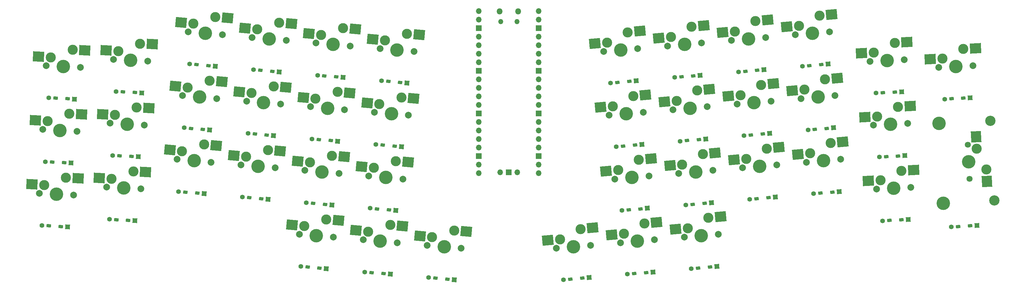
<source format=gbr>
G04 #@! TF.GenerationSoftware,KiCad,Pcbnew,8.0.3*
G04 #@! TF.CreationDate,2024-08-04T13:44:25+09:00*
G04 #@! TF.ProjectId,first_keyboard,66697273-745f-46b6-9579-626f6172642e,rev?*
G04 #@! TF.SameCoordinates,Original*
G04 #@! TF.FileFunction,Soldermask,Bot*
G04 #@! TF.FilePolarity,Negative*
%FSLAX46Y46*%
G04 Gerber Fmt 4.6, Leading zero omitted, Abs format (unit mm)*
G04 Created by KiCad (PCBNEW 8.0.3) date 2024-08-04 13:44:25*
%MOMM*%
%LPD*%
G01*
G04 APERTURE LIST*
G04 Aperture macros list*
%AMRotRect*
0 Rectangle, with rotation*
0 The origin of the aperture is its center*
0 $1 length*
0 $2 width*
0 $3 Rotation angle, in degrees counterclockwise*
0 Add horizontal line*
21,1,$1,$2,0,0,$3*%
G04 Aperture macros list end*
%ADD10RotRect,1.397000X1.397000X185.000000*%
%ADD11RotRect,1.300000X0.950000X185.000000*%
%ADD12C,1.397000*%
%ADD13RotRect,1.397000X1.397000X183.000000*%
%ADD14RotRect,1.300000X0.950000X183.000000*%
%ADD15RotRect,1.397000X1.397000X177.000000*%
%ADD16RotRect,1.300000X0.950000X177.000000*%
%ADD17RotRect,1.397000X1.397000X175.000000*%
%ADD18RotRect,1.300000X0.950000X175.000000*%
%ADD19C,2.000000*%
%ADD20C,3.000000*%
%ADD21C,4.000000*%
%ADD22RotRect,3.300000X3.000000X175.000000*%
%ADD23RotRect,3.300000X3.000000X185.000000*%
%ADD24RotRect,3.300000X3.000000X183.000000*%
%ADD25RotRect,3.300000X3.000000X177.000000*%
%ADD26C,3.050000*%
%ADD27C,1.800000*%
%ADD28RotRect,3.300000X3.000000X93.000000*%
%ADD29O,1.800000X1.800000*%
%ADD30O,1.500000X1.500000*%
%ADD31O,1.700000X1.700000*%
%ADD32R,1.700000X1.700000*%
G04 APERTURE END LIST*
D10*
X255456745Y-177472751D03*
D11*
X253429489Y-177650115D03*
X249892997Y-177959517D03*
D12*
X247865741Y-178136881D03*
D13*
X351303278Y-144569738D03*
D14*
X349271067Y-144676245D03*
X345725933Y-144862035D03*
D12*
X343693722Y-144968542D03*
D10*
X271113621Y-137857416D03*
D11*
X269086365Y-138034780D03*
X265549873Y-138344182D03*
D12*
X263522617Y-138521546D03*
D15*
X103318780Y-181161302D03*
D16*
X101286569Y-181054796D03*
X97741435Y-180869004D03*
D12*
X95709224Y-180762498D03*
D10*
X312389272Y-172491800D03*
D11*
X310362016Y-172669164D03*
X306825524Y-172978566D03*
D12*
X304798268Y-173155930D03*
D17*
X160121436Y-195454073D03*
D18*
X158094180Y-195276709D03*
X154557688Y-194967307D03*
D12*
X152530432Y-194789943D03*
D19*
X138098864Y-126597656D03*
D20*
X139585407Y-124178010D03*
D21*
X143159533Y-127040407D03*
D20*
X146132619Y-122201114D03*
D19*
X148220202Y-127483158D03*
D22*
X135962744Y-123820914D03*
X149732368Y-122475898D03*
D19*
X119121355Y-124937340D03*
D20*
X120607898Y-122517694D03*
D21*
X124182024Y-125380091D03*
D20*
X127155110Y-120540798D03*
D19*
X129242693Y-125822842D03*
D22*
X116985235Y-122160598D03*
X130754859Y-120815582D03*
D10*
X291751447Y-155174608D03*
D11*
X289724191Y-155351972D03*
X286187699Y-155661374D03*
D12*
X284160443Y-155838738D03*
D19*
X228453222Y-189396636D03*
D20*
X229497014Y-186755614D03*
D21*
X233513891Y-188953885D03*
D20*
X235601477Y-183671840D03*
D19*
X238574560Y-188511134D03*
D23*
X225867378Y-187033013D03*
X239194250Y-183317360D03*
D10*
X274434254Y-175812434D03*
D11*
X272406998Y-175989798D03*
X268870506Y-176299200D03*
D12*
X266843250Y-176476564D03*
D15*
X85306277Y-144968541D03*
D16*
X83274066Y-144862034D03*
X79728932Y-144676244D03*
D12*
X77696721Y-144569737D03*
D17*
X123826735Y-173155930D03*
D18*
X121799479Y-172978566D03*
X118262987Y-172669164D03*
D12*
X116235731Y-172491800D03*
D19*
X245770414Y-168758810D03*
D20*
X246814206Y-166117788D03*
D21*
X250831083Y-168316059D03*
D20*
X252918669Y-163034014D03*
D19*
X255891752Y-167873308D03*
D23*
X243184570Y-166395187D03*
X256511442Y-162679534D03*
D17*
X180759262Y-178136881D03*
D18*
X178732006Y-177959517D03*
X175195514Y-177650115D03*
D12*
X173168258Y-177472751D03*
D13*
X330921779Y-142777540D03*
D14*
X328889568Y-142884046D03*
X325344434Y-143069838D03*
D12*
X323312223Y-143176344D03*
D10*
X252136112Y-139517733D03*
D11*
X250108856Y-139695097D03*
X246572364Y-140004499D03*
D12*
X244545108Y-140181863D03*
D19*
X341926961Y-135523060D03*
D20*
X343062288Y-132920075D03*
D21*
X347000000Y-135257193D03*
D20*
X349270653Y-130051222D03*
D19*
X352073039Y-134991326D03*
D24*
X339425183Y-133070627D03*
X352873610Y-129822344D03*
D13*
X331918779Y-161801432D03*
D14*
X329886568Y-161907938D03*
X326341434Y-162093730D03*
D12*
X324309223Y-162200236D03*
D17*
X184079895Y-140181863D03*
D18*
X182052639Y-140004499D03*
X178516147Y-139695097D03*
D12*
X176488891Y-139517733D03*
D19*
X75929960Y-154015220D03*
D20*
X77331153Y-151545171D03*
D21*
X81002999Y-154281088D03*
D20*
X83805385Y-149340983D03*
D19*
X86076038Y-154546956D03*
D25*
X73698236Y-151314722D03*
X87412530Y-149489971D03*
D15*
X84309277Y-163992433D03*
D16*
X82277066Y-163885926D03*
X78731932Y-163700136D03*
D12*
X76699721Y-163593629D03*
D19*
X155416056Y-147235483D03*
D20*
X156902599Y-144815837D03*
D21*
X160476725Y-147678234D03*
D20*
X163449811Y-142838941D03*
D19*
X165537394Y-148120985D03*
D22*
X153279936Y-144458741D03*
X167049560Y-143113725D03*
D17*
X144464560Y-155838738D03*
D18*
X142437304Y-155661374D03*
X138900812Y-155351972D03*
D12*
X136873556Y-155174608D03*
D15*
X105312780Y-143113516D03*
D16*
X103280569Y-143007010D03*
X99735435Y-142821218D03*
D12*
X97703224Y-142714712D03*
D19*
X95936464Y-152160194D03*
D20*
X97337657Y-149690143D03*
D21*
X101009502Y-152426061D03*
D20*
X103811888Y-147485956D03*
D19*
X106082540Y-152691928D03*
D25*
X93704739Y-149459694D03*
X107419033Y-147634944D03*
D19*
X247430732Y-187736320D03*
D20*
X248474524Y-185095298D03*
D21*
X252491401Y-187293569D03*
D20*
X254578987Y-182011524D03*
D19*
X257552070Y-186850818D03*
D23*
X244844888Y-185372697D03*
X258171760Y-181657044D03*
D17*
X142804244Y-174816247D03*
D18*
X140776988Y-174638883D03*
X137240496Y-174329481D03*
D12*
X135213240Y-174152117D03*
D10*
X293411763Y-174152117D03*
D11*
X291384507Y-174329481D03*
X287848015Y-174638883D03*
D12*
X285820759Y-174816247D03*
D19*
X323539462Y-171778646D03*
D20*
X324674788Y-169175660D03*
D21*
X328612500Y-171512779D03*
D20*
X330883155Y-166306807D03*
D19*
X333685538Y-171246912D03*
D24*
X321037683Y-169326213D03*
X334486110Y-166077930D03*
D19*
X261427289Y-129143477D03*
D20*
X262471081Y-126502455D03*
D21*
X266487958Y-128700726D03*
D20*
X268575544Y-123418681D03*
D19*
X271548627Y-128257975D03*
D23*
X258841445Y-126779854D03*
X272168317Y-123064201D03*
D19*
X280404799Y-127483159D03*
D20*
X281448591Y-124842137D03*
D21*
X285465468Y-127040408D03*
D20*
X287553054Y-121758363D03*
D19*
X290526137Y-126597657D03*
D23*
X277818955Y-125119536D03*
X291145827Y-121403883D03*
D19*
X134778231Y-164552675D03*
D20*
X136264774Y-162133029D03*
D21*
X139838900Y-164995426D03*
D20*
X142811986Y-160156133D03*
D19*
X144899569Y-165438177D03*
D22*
X132642111Y-161775933D03*
X146411735Y-160430917D03*
D15*
X104315780Y-162137409D03*
D16*
X102283569Y-162030903D03*
X98738435Y-161845111D03*
D12*
X96706224Y-161738605D03*
D17*
X198076454Y-198774707D03*
D18*
X196049198Y-198597343D03*
X192512706Y-198287941D03*
D12*
X190485450Y-198110577D03*
D13*
X353297276Y-182617522D03*
D14*
X351265065Y-182724029D03*
X347719931Y-182909819D03*
D12*
X345687720Y-183016326D03*
D10*
X257117062Y-196450260D03*
D11*
X255089806Y-196627624D03*
X251553314Y-196937026D03*
D12*
X249526058Y-197114390D03*
D19*
X299382308Y-125822842D03*
D20*
X300426100Y-123181820D03*
D21*
X304442977Y-125380091D03*
D20*
X306530563Y-120098046D03*
D19*
X309503646Y-124937340D03*
D23*
X296796464Y-123459219D03*
X310123336Y-119743566D03*
D19*
X136438547Y-145575167D03*
D20*
X137925090Y-143155521D03*
D21*
X141499216Y-146017918D03*
D20*
X144472302Y-141178625D03*
D19*
X146559885Y-146460669D03*
D22*
X134302427Y-142798425D03*
X148072051Y-141453409D03*
D26*
X357241097Y-151418364D03*
D21*
X342021982Y-152215964D03*
D27*
X350607620Y-158595368D03*
D20*
X353210605Y-159730695D03*
D21*
X350873487Y-163668407D03*
D20*
X356079458Y-165939060D03*
D27*
X351139354Y-168741446D03*
D21*
X343267577Y-175983346D03*
D26*
X358486692Y-175185747D03*
D28*
X353022719Y-156145615D03*
X356265773Y-169494181D03*
D10*
X309068639Y-134536782D03*
D11*
X307041383Y-134714146D03*
X303504891Y-135023548D03*
D12*
X301477635Y-135200912D03*
D19*
X190050440Y-188511136D03*
D20*
X191536983Y-186091490D03*
D21*
X195111109Y-188953887D03*
D20*
X198084195Y-184114594D03*
D19*
X200171778Y-189396638D03*
D22*
X187914320Y-185734394D03*
X201683944Y-184389378D03*
D10*
X290091130Y-136197099D03*
D11*
X288063874Y-136374463D03*
X284527382Y-136683865D03*
D12*
X282500126Y-136861229D03*
D19*
X242449780Y-130803793D03*
D20*
X243493572Y-128162771D03*
D21*
X247510449Y-130361042D03*
D20*
X249598035Y-125078997D03*
D19*
X252571118Y-129918291D03*
D23*
X239863936Y-128440170D03*
X253190808Y-124724517D03*
D10*
X253796429Y-158495242D03*
D11*
X251769173Y-158672606D03*
X248232681Y-158982008D03*
D12*
X246205425Y-159159372D03*
D17*
X161781753Y-176476564D03*
D18*
X159754497Y-176299200D03*
X156218005Y-175989798D03*
D12*
X154190749Y-175812434D03*
D19*
X302702941Y-163777860D03*
D20*
X303746733Y-161136838D03*
D21*
X307763610Y-163335109D03*
D20*
X309851196Y-158053064D03*
D19*
X312824279Y-162892358D03*
D23*
X300117097Y-161414237D03*
X313443969Y-157698584D03*
D19*
X322542461Y-152754755D03*
D20*
X323677787Y-150151769D03*
D21*
X327615499Y-152488888D03*
D20*
X329886154Y-147282916D03*
D19*
X332688537Y-152223021D03*
D24*
X320040682Y-150302322D03*
X333489109Y-147054039D03*
D10*
X310728956Y-153514291D03*
D11*
X308701700Y-153691655D03*
X305165208Y-154001057D03*
D12*
X303137952Y-154178421D03*
D10*
X238139553Y-198110577D03*
D11*
X236112297Y-198287941D03*
X232575805Y-198597343D03*
D12*
X230548549Y-198774707D03*
D19*
X74932959Y-173039112D03*
D20*
X76334152Y-170569063D03*
D21*
X80005998Y-173304980D03*
D20*
X82808384Y-168364875D03*
D19*
X85079037Y-173570848D03*
D25*
X72701235Y-170338614D03*
X86415529Y-168513863D03*
D17*
X146124877Y-136861229D03*
D18*
X144097621Y-136683865D03*
X140561129Y-136374463D03*
D12*
X138533873Y-136197099D03*
D19*
X263087607Y-148120984D03*
D20*
X264131399Y-145479962D03*
D21*
X268148276Y-147678233D03*
D20*
X270235862Y-142396188D03*
D19*
X273208945Y-147235482D03*
D23*
X260501763Y-145757361D03*
X273828635Y-142041708D03*
D13*
X332915779Y-180825325D03*
D14*
X330883568Y-180931831D03*
X327338434Y-181117623D03*
D12*
X325306223Y-181224129D03*
D19*
X96933462Y-133136301D03*
D20*
X98334655Y-130666250D03*
D21*
X102006500Y-133402168D03*
D20*
X104808886Y-128462063D03*
D19*
X107079538Y-133668035D03*
D25*
X94701737Y-130435801D03*
X108416031Y-128611051D03*
D19*
X283725434Y-165438177D03*
D20*
X284769226Y-162797155D03*
D21*
X288786103Y-164995426D03*
D20*
X290873689Y-159713381D03*
D19*
X293846772Y-164552675D03*
D23*
X281139590Y-163074554D03*
X294466462Y-159358901D03*
D19*
X282065115Y-146460670D03*
D20*
X283108907Y-143819648D03*
D21*
X287125784Y-146017919D03*
D20*
X289213370Y-140735874D03*
D19*
X292186453Y-145575168D03*
D23*
X279479271Y-144097047D03*
X292806143Y-140381394D03*
D17*
X163442069Y-157499055D03*
D18*
X161414813Y-157321691D03*
X157878321Y-157012289D03*
D12*
X155851065Y-156834925D03*
D19*
X264747926Y-167098494D03*
D20*
X265791718Y-164457472D03*
D21*
X269808595Y-166655743D03*
D20*
X271896181Y-161373698D03*
D19*
X274869264Y-166212992D03*
D23*
X262162082Y-164734871D03*
X275488954Y-161019218D03*
D19*
X176053882Y-129918291D03*
D20*
X177540425Y-127498645D03*
D21*
X181114551Y-130361042D03*
D20*
X184087637Y-125521749D03*
D19*
X186175220Y-130803793D03*
D22*
X173917762Y-127141549D03*
X187687386Y-125796533D03*
D19*
X321545463Y-133730862D03*
D20*
X322680789Y-131127876D03*
D21*
X326618501Y-133464995D03*
D20*
X328889156Y-128259023D03*
D19*
X331691539Y-133199128D03*
D24*
X319043684Y-131278429D03*
X332492111Y-128030146D03*
D17*
X182419578Y-159159372D03*
D18*
X180392322Y-158982008D03*
X176855830Y-158672606D03*
D12*
X174828574Y-158495242D03*
D15*
X83312277Y-183016327D03*
D16*
X81280066Y-182909820D03*
X77734932Y-182724030D03*
D12*
X75702721Y-182617523D03*
D17*
X125487051Y-154178421D03*
D18*
X123459795Y-154001057D03*
X119923303Y-153691655D03*
D12*
X117896047Y-153514291D03*
D19*
X153755738Y-166212990D03*
D20*
X155242281Y-163793344D03*
D21*
X158816407Y-166655741D03*
D20*
X161789493Y-161816448D03*
D19*
X163877076Y-167098492D03*
D22*
X151619618Y-163436248D03*
X165389242Y-162091232D03*
D19*
X266408242Y-186076003D03*
D20*
X267452034Y-183434981D03*
D21*
X271468911Y-185633252D03*
D20*
X273556497Y-180351207D03*
D19*
X276529580Y-185190501D03*
D23*
X263822398Y-183712380D03*
X277149270Y-179996727D03*
D19*
X76926961Y-134991325D03*
D20*
X78328154Y-132521276D03*
D21*
X82000000Y-135257193D03*
D20*
X84802386Y-130317088D03*
D19*
X87073039Y-135523061D03*
D25*
X74695237Y-132290827D03*
X88409531Y-130466076D03*
D19*
X117461039Y-143914849D03*
D20*
X118947582Y-141495203D03*
D21*
X122521708Y-144357600D03*
D20*
X125494794Y-139518307D03*
D19*
X127582377Y-144800351D03*
D22*
X115324919Y-141138107D03*
X129094543Y-139793091D03*
D19*
X301042625Y-144800351D03*
D20*
X302086417Y-142159329D03*
D21*
X306103294Y-144357600D03*
D20*
X308190880Y-139075555D03*
D19*
X311163963Y-143914849D03*
D23*
X298456781Y-142436728D03*
X311783653Y-138721075D03*
D19*
X244110097Y-149781300D03*
D20*
X245153889Y-147140278D03*
D21*
X249170766Y-149338549D03*
D20*
X251258352Y-144056504D03*
D19*
X254231435Y-148895798D03*
D23*
X241524253Y-147417677D03*
X254851125Y-143702024D03*
D19*
X172733248Y-167873308D03*
D20*
X174219791Y-165453662D03*
D21*
X177793917Y-168316059D03*
D20*
X180767003Y-163476766D03*
D19*
X182854586Y-168758810D03*
D22*
X170597128Y-165096566D03*
X184366752Y-163751550D03*
D17*
X127147368Y-135200912D03*
D18*
X125120112Y-135023548D03*
X121583620Y-134714146D03*
D12*
X119556364Y-134536782D03*
D17*
X165102386Y-138521546D03*
D18*
X163075130Y-138344182D03*
X159538638Y-138034780D03*
D12*
X157511382Y-137857416D03*
D19*
X94939462Y-171184083D03*
D20*
X96340655Y-168714032D03*
D21*
X100012500Y-171449950D03*
D20*
X102814886Y-166509845D03*
D19*
X105085538Y-171715817D03*
D25*
X92707737Y-168483583D03*
X106422031Y-166658833D03*
D19*
X152095423Y-185190501D03*
D20*
X153581966Y-182770855D03*
D21*
X157156092Y-185633252D03*
D20*
X160129178Y-180793959D03*
D19*
X162216761Y-186076003D03*
D22*
X149959303Y-182413759D03*
X163728927Y-181068743D03*
D19*
X157076374Y-128257974D03*
D20*
X158562917Y-125838328D03*
D21*
X162137043Y-128700725D03*
D20*
X165110129Y-123861432D03*
D19*
X167197712Y-129143476D03*
D22*
X154940254Y-125481232D03*
X168709878Y-124136216D03*
D10*
X272773938Y-156834925D03*
D11*
X270746682Y-157012289D03*
X267210190Y-157321691D03*
D12*
X265182934Y-157499055D03*
D17*
X179098945Y-197114390D03*
D18*
X177071689Y-196937026D03*
X173535197Y-196627624D03*
D12*
X171507941Y-196450260D03*
D19*
X174393566Y-148895801D03*
D20*
X175880109Y-146476155D03*
D21*
X179454235Y-149338552D03*
D20*
X182427321Y-144499259D03*
D19*
X184514904Y-149781303D03*
D22*
X172257446Y-146119059D03*
X186027070Y-144774043D03*
D10*
X276094571Y-194789943D03*
D11*
X274067315Y-194967307D03*
X270530823Y-195276709D03*
D12*
X268503567Y-195454073D03*
D19*
X115800722Y-162892358D03*
D20*
X117287265Y-160472712D03*
D21*
X120861391Y-163335109D03*
D20*
X123834477Y-158495816D03*
D19*
X125922060Y-163777860D03*
D22*
X113664602Y-160115616D03*
X127434226Y-158770600D03*
D19*
X171072932Y-186850817D03*
D20*
X172559475Y-184431171D03*
D21*
X176133601Y-187293568D03*
D20*
X179106687Y-182454275D03*
D19*
X181194270Y-187736319D03*
D22*
X168936812Y-184074075D03*
X182706436Y-182729059D03*
D29*
X211587500Y-118875000D03*
D30*
X211887500Y-121905000D03*
X216737500Y-121905000D03*
D29*
X217037500Y-118875000D03*
D31*
X205422500Y-118745000D03*
X205422500Y-121285000D03*
D32*
X205422500Y-123825000D03*
D31*
X205422500Y-126365000D03*
X205422500Y-128905000D03*
X205422500Y-131445000D03*
X205422500Y-133985000D03*
D32*
X205422500Y-136525000D03*
D31*
X205422500Y-139065000D03*
X205422500Y-141605000D03*
X205422500Y-144145000D03*
X205422500Y-146685000D03*
D32*
X205422500Y-149225000D03*
D31*
X205422500Y-151765000D03*
X205422500Y-154305000D03*
X205422500Y-156845000D03*
X205422500Y-159385000D03*
D32*
X205422500Y-161925000D03*
D31*
X205422500Y-164465000D03*
X205422500Y-167005000D03*
X223202500Y-167005000D03*
X223202500Y-164465000D03*
D32*
X223202500Y-161925000D03*
D31*
X223202500Y-159385000D03*
X223202500Y-156845000D03*
X223202500Y-154305000D03*
X223202500Y-151765000D03*
D32*
X223202500Y-149225000D03*
D31*
X223202500Y-146685000D03*
X223202500Y-144145000D03*
X223202500Y-141605000D03*
X223202500Y-139065000D03*
D32*
X223202500Y-136525000D03*
D31*
X223202500Y-133985000D03*
X223202500Y-131445000D03*
X223202500Y-128905000D03*
X223202500Y-126365000D03*
D32*
X223202500Y-123825000D03*
D31*
X223202500Y-121285000D03*
X223202500Y-118745000D03*
X211772500Y-166775000D03*
D32*
X214312500Y-166775000D03*
D31*
X216852500Y-166775000D03*
M02*

</source>
